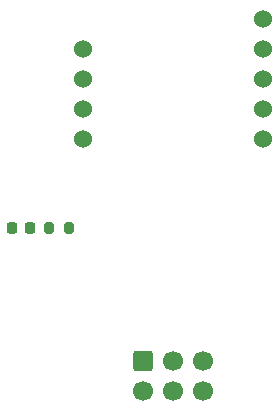
<source format=gbr>
%TF.GenerationSoftware,KiCad,Pcbnew,8.0.8*%
%TF.CreationDate,2025-02-17T10:30:19+00:00*%
%TF.ProjectId,hackaday-sao-m5stack-atoms3,6861636b-6164-4617-992d-73616f2d6d35,rev?*%
%TF.SameCoordinates,Original*%
%TF.FileFunction,Soldermask,Top*%
%TF.FilePolarity,Negative*%
%FSLAX46Y46*%
G04 Gerber Fmt 4.6, Leading zero omitted, Abs format (unit mm)*
G04 Created by KiCad (PCBNEW 8.0.8) date 2025-02-17 10:30:19*
%MOMM*%
%LPD*%
G01*
G04 APERTURE LIST*
G04 Aperture macros list*
%AMRoundRect*
0 Rectangle with rounded corners*
0 $1 Rounding radius*
0 $2 $3 $4 $5 $6 $7 $8 $9 X,Y pos of 4 corners*
0 Add a 4 corners polygon primitive as box body*
4,1,4,$2,$3,$4,$5,$6,$7,$8,$9,$2,$3,0*
0 Add four circle primitives for the rounded corners*
1,1,$1+$1,$2,$3*
1,1,$1+$1,$4,$5*
1,1,$1+$1,$6,$7*
1,1,$1+$1,$8,$9*
0 Add four rect primitives between the rounded corners*
20,1,$1+$1,$2,$3,$4,$5,0*
20,1,$1+$1,$4,$5,$6,$7,0*
20,1,$1+$1,$6,$7,$8,$9,0*
20,1,$1+$1,$8,$9,$2,$3,0*%
G04 Aperture macros list end*
%ADD10RoundRect,0.218750X-0.218750X-0.256250X0.218750X-0.256250X0.218750X0.256250X-0.218750X0.256250X0*%
%ADD11C,1.524000*%
%ADD12RoundRect,0.200000X-0.200000X-0.275000X0.200000X-0.275000X0.200000X0.275000X-0.200000X0.275000X0*%
%ADD13RoundRect,0.250000X-0.600000X0.600000X-0.600000X-0.600000X0.600000X-0.600000X0.600000X0.600000X0*%
%ADD14C,1.700000*%
G04 APERTURE END LIST*
D10*
%TO.C,D1*%
X198325000Y-87200000D03*
X199900000Y-87200000D03*
%TD*%
D11*
%TO.C,U1*%
X204368800Y-72011200D03*
X204368800Y-74551200D03*
X204368800Y-77091200D03*
X204368800Y-79631200D03*
X219608800Y-79631200D03*
X219608800Y-77091200D03*
X219608800Y-74551200D03*
X219608800Y-72011200D03*
X219608800Y-69471200D03*
%TD*%
D12*
%TO.C,R1*%
X201475000Y-87200000D03*
X203125000Y-87200000D03*
%TD*%
D13*
%TO.C,J2*%
X209460000Y-98460000D03*
D14*
X209460000Y-101000000D03*
X212000000Y-98460000D03*
X212000000Y-101000000D03*
X214540000Y-98460000D03*
X214540000Y-101000000D03*
%TD*%
M02*

</source>
